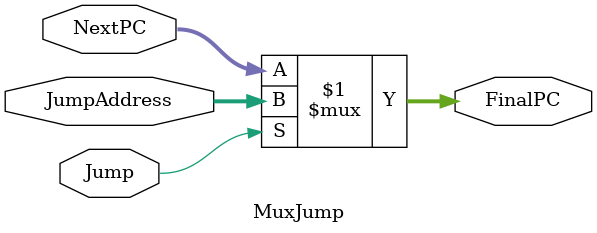
<source format=v>
module MuxJump(
    input wire [31:0] NextPC,      // Próximo endereço do PC
    input wire [31:0] JumpAddress, // Endereço de jump
    input wire Jump,               // Sinal de controle
    output wire [31:0] FinalPC     // Endereço final do PC
);

    assign FinalPC = (Jump) ? JumpAddress : NextPC;

endmodule
</source>
